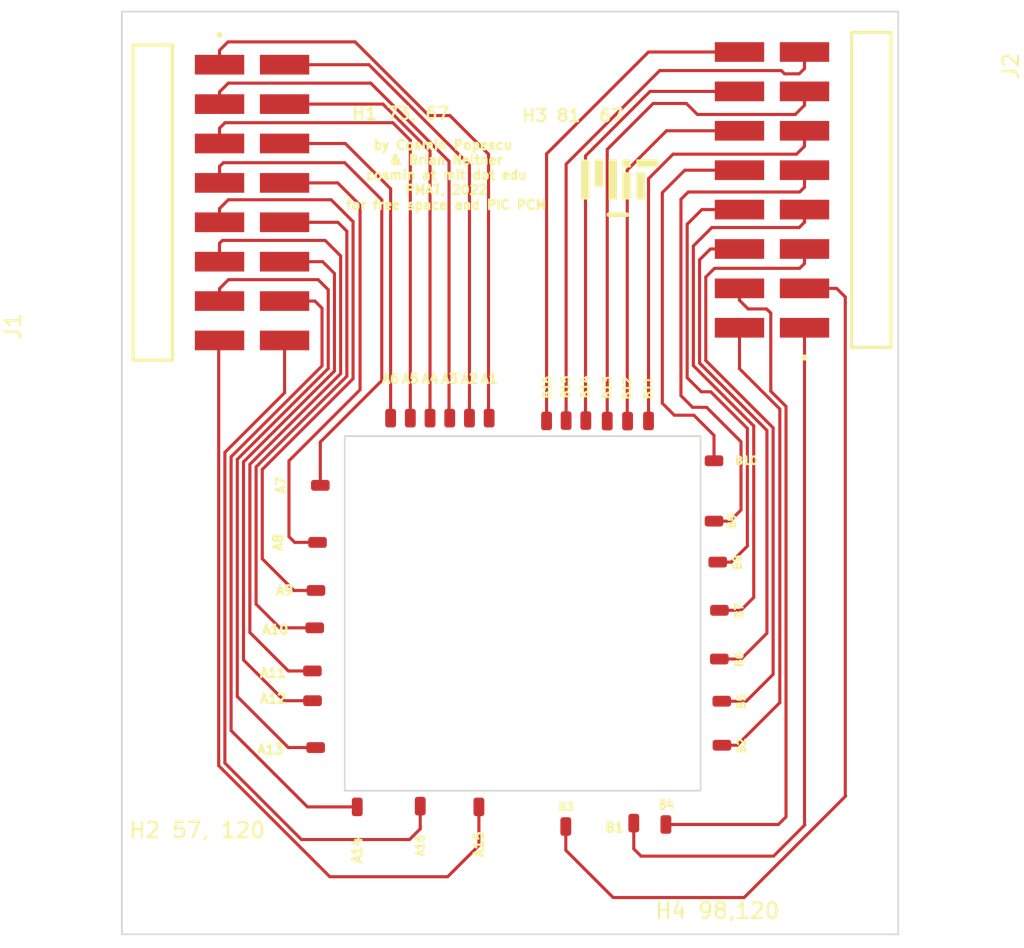
<source format=kicad_pcb>
(kicad_pcb (version 20211014) (generator pcbnew)
  (layers (0 "F.Cu" signal) (31 "B.Cu" signal) (34 "B.Paste" user) (35 "F.Paste" user) (36 "B.SilkS" user "B.Silkscreen") (37 "F.SilkS" user "F.Silkscreen") (38 "B.Mask" user) (39 "F.Mask" user) (44 "Edge.Cuts" user))
  (net 0 "")
  (net 1 "Net-(A1-Pad1)")
  (net 2 "Net-(A2-Pad1)")
  (net 3 "Net-(A3-Pad1)")
  (net 4 "Net-(A4-Pad1)")
  (net 5 "Net-(A5-Pad1)")
  (net 6 "Net-(A6-Pad1)")
  (net 7 "Net-(A7-Pad1)")
  (net 8 "Net-(A8-Pad1)")
  (net 9 "Net-(A9-Pad1)")
  (net 10 "Net-(A10-Pad1)")
  (net 11 "Net-(A11-Pad1)")
  (net 12 "Net-(A12-Pad1)")
  (net 13 "Net-(A13-Pad1)")
  (net 14 "Net-(A14-Pad1)")
  (net 15 "Net-(A15-Pad1)")
  (net 16 "Net-(A16-Pad1)")
  (net 17 "Net-(B9-Pad1)")
  (net 18 "Net-(B10-Pad1)")
  (net 19 "Net-(B11-Pad1)")
  (net 20 "Net-(B12-Pad1)")
  (net 21 "Net-(B13-Pad1)")
  (net 22 "Net-(B14-Pad1)")
  (net 23 "Net-(B15-Pad1)")
  (net 24 "Net-(B16-Pad1)")
  (net 25 "Net-(B1-Pad1)")
  (net 26 "Net-(B2-Pad1)")
  (net 27 "Net-(B3-Pad1)")
  (net 28 "Net-(B4-Pad1)")
  (net 29 "Net-(B5-Pad1)")
  (net 30 "Net-(B6-Pad1)")
  (net 31 "Net-(B7-Pad1)")
  (net 32 "Net-(B8-Pad1)")
  (footprint "CustomPMATLibrary:SolderWirePad_1x01_SMD_1x2mm" (layer "F.Cu") (at 19.838 26.1922)
    (fp_text reference "A4" (at 0 -2.54) (layer "F.SilkS") (effects (font (size 0.6 0.6))))
    (fp_text value "A")
    (pad "1" smd roundrect (at 0 0) (size 0.7 1.2) (layers "F.Cu" "F.Paste" "F.Mask") (net 4 "Net-(A4-Pad1)"))
  )
  (footprint "CustomPMATLibrary:SolderWirePad_1x01_SMD_1x2mm" (layer "F.Cu") (at 12.408 39.7122 90)
    (fp_text reference "A10" (at -0.127 -2.54) (layer "F.SilkS") (effects (font (size 0.6 0.6))))
    (fp_text value "A")
    (pad "1" smd roundrect (at 0 0 90) (size 0.7 1.2) (layers "F.Cu" "F.Paste" "F.Mask") (net 10 "Net-(A10-Pad1)"))
  )
  (footprint "CustomPMATLibrary:SAMTEC_TSM-108-01-F-DH-K" (layer "F.Cu") (at 1.9688 12.2936 90)
    (fp_text reference "J1" (at -7.985 -8.995 90) (layer "F.SilkS"))
    (fp_text value "TSM-108-01-F-DH-K")
    (fp_line (start 10.16 -1.27) (end 10.16 1.27) (layer "F.SilkS") (width 0.2))
    (fp_line (start -10.16 1.27) (end -10.16 -1.27) (layer "F.SilkS") (width 0.2))
    (fp_line (start 10.16 -1.27) (end -10.16 -1.27) (layer "F.SilkS") (width 0.2))
    (fp_line (start 10.16 1.27) (end -10.16 1.27) (layer "F.SilkS") (width 0.2))
    (fp_circle (center 10.81 4.305) (end 10.91 4.305) (layer "F.SilkS") (width 0.2) (fill none))
    (pad "01" smd rect (at 8.89 4.305 90) (size 1.27 3.18) (layers "F.Cu" "F.Paste" "F.Mask") (net 1 "Net-(A1-Pad1)"))
    (pad "02" smd rect (at 8.89 8.495 90) (size 1.27 3.18) (layers "F.Cu" "F.Paste" "F.Mask") (net 2 "Net-(A2-Pad1)"))
    (pad "03" smd rect (at 6.35 4.305 90) (size 1.27 3.18) (layers "F.Cu" "F.Paste" "F.Mask") (net 3 "Net-(A3-Pad1)"))
    (pad "04" smd rect (at 6.35 8.495 90) (size 1.27 3.18) (layers "F.Cu" "F.Paste" "F.Mask") (net 4 "Net-(A4-Pad1)"))
    (pad "05" smd rect (at 3.81 4.305 90) (size 1.27 3.18) (layers "F.Cu" "F.Paste" "F.Mask") (net 5 "Net-(A5-Pad1)"))
    (pad "06" smd rect (at 3.81 8.495 90) (size 1.27 3.18) (layers "F.Cu" "F.Paste" "F.Mask") (net 6 "Net-(A6-Pad1)"))
    (pad "07" smd rect (at 1.27 4.305 90) (size 1.27 3.18) (layers "F.Cu" "F.Paste" "F.Mask") (net 7 "Net-(A7-Pad1)"))
    (pad "08" smd rect (at 1.27 8.495 90) (size 1.27 3.18) (layers "F.Cu" "F.Paste" "F.Mask") (net 8 "Net-(A8-Pad1)"))
    (pad "09" smd rect (at -1.27 4.305 90) (size 1.27 3.18) (layers "F.Cu" "F.Paste" "F.Mask") (net 9 "Net-(A9-Pad1)"))
    (pad "10" smd rect (at -1.27 8.495 90) (size 1.27 3.18) (layers "F.Cu" "F.Paste" "F.Mask") (net 10 "Net-(A10-Pad1)"))
    (pad "11" smd rect (at -3.81 4.305 90) (size 1.27 3.18) (layers "F.Cu" "F.Paste" "F.Mask") (net 11 "Net-(A11-Pad1)"))
    (pad "12" smd rect (at -3.81 8.495 90) (size 1.27 3.18) (layers "F.Cu" "F.Paste" "F.Mask") (net 12 "Net-(A12-Pad1)"))
    (pad "13" smd rect (at -6.35 4.305 90) (size 1.27 3.18) (layers "F.Cu" "F.Paste" "F.Mask") (net 13 "Net-(A13-Pad1)"))
    (pad "14" smd rect (at -6.35 8.495 90) (size 1.27 3.18) (layers "F.Cu" "F.Paste" "F.Mask") (net 14 "Net-(A14-Pad1)"))
    (pad "15" smd rect (at -8.89 4.305 90) (size 1.27 3.18) (layers "F.Cu" "F.Paste" "F.Mask") (net 15 "Net-(A15-Pad1)"))
    (pad "16" smd rect (at -8.89 8.495 90) (size 1.27 3.18) (layers "F.Cu" "F.Paste" "F.Mask") (net 16 "Net-(A16-Pad1)"))
  )
  (footprint "CustomPMATLibrary:SolderWirePad_1x01_SMD_1x2mm" (layer "F.Cu") (at 28.588 52.5222)
    (fp_text reference "B3" (at 0.0254 -1.27) (layer "F.SilkS") (effects (font (size 0.5 0.5) (thickness 0.125))))
    (fp_text value "B")
    (pad "1" smd roundrect (at 0 0) (size 0.7 1.2) (layers "F.Cu" "F.Paste" "F.Mask") (net 27 "Net-(B3-Pad1)"))
  )
  (footprint "CustomPMATLibrary:SolderWirePad_1x01_SMD_1x2mm" (layer "F.Cu") (at 23.648 26.1922)
    (fp_text reference "A1" (at 0 -2.54) (layer "F.SilkS") (effects (font (size 0.6 0.6))))
    (fp_text value "A")
    (pad "1" smd roundrect (at 0 0) (size 0.7 1.2) (layers "F.Cu" "F.Paste" "F.Mask") (net 1 "Net-(A1-Pad1)"))
  )
  (footprint "CustomPMATLibrary:SAMTEC_TSM-108-01-F-DH-K" (layer "F.Cu") (at 48.2755 11.4747 -90)
    (fp_text reference "J2" (at -7.985 -8.995 90) (layer "F.SilkS"))
    (fp_text value "TSM-108-01-F-DH-K")
    (fp_line (start 10.16 -1.27) (end -10.16 -1.27) (layer "F.SilkS") (width 0.2))
    (fp_line (start 10.16 -1.27) (end 10.16 1.27) (layer "F.SilkS") (width 0.2))
    (fp_line (start -10.16 1.27) (end -10.16 -1.27) (layer "F.SilkS") (width 0.2))
    (fp_line (start 10.16 1.27) (end -10.16 1.27) (layer "F.SilkS") (width 0.2))
    (fp_circle (center 10.81 4.305) (end 10.91 4.305) (layer "F.SilkS") (width 0.2) (fill none))
    (pad "01" smd rect (at 8.89 4.305 270) (size 1.27 3.18) (layers "F.Cu" "F.Paste" "F.Mask") (net 25 "Net-(B1-Pad1)"))
    (pad "02" smd rect (at 8.89 8.495 270) (size 1.27 3.18) (layers "F.Cu" "F.Paste" "F.Mask") (net 26 "Net-(B2-Pad1)"))
    (pad "03" smd rect (at 6.35 4.305 270) (size 1.27 3.18) (layers "F.Cu" "F.Paste" "F.Mask") (net 27 "Net-(B3-Pad1)"))
    (pad "04" smd rect (at 6.35 8.495 270) (size 1.27 3.18) (layers "F.Cu" "F.Paste" "F.Mask") (net 28 "Net-(B4-Pad1)"))
    (pad "05" smd rect (at 3.81 4.305 270) (size 1.27 3.18) (layers "F.Cu" "F.Paste" "F.Mask") (net 29 "Net-(B5-Pad1)"))
    (pad "06" smd rect (at 3.81 8.495 270) (size 1.27 3.18) (layers "F.Cu" "F.Paste" "F.Mask") (net 30 "Net-(B6-Pad1)"))
    (pad "07" smd rect (at 1.27 4.305 270) (size 1.27 3.18) (layers "F.Cu" "F.Paste" "F.Mask") (net 31 "Net-(B7-Pad1)"))
    (pad "08" smd rect (at 1.27 8.495 270) (size 1.27 3.18) (layers "F.Cu" "F.Paste" "F.Mask") (net 32 "Net-(B8-Pad1)"))
    (pad "09" smd rect (at -1.27 4.305 270) (size 1.27 3.18) (layers "F.Cu" "F.Paste" "F.Mask") (net 17 "Net-(B9-Pad1)"))
    (pad "10" smd rect (at -1.27 8.495 270) (size 1.27 3.18) (layers "F.Cu" "F.Paste" "F.Mask") (net 18 "Net-(B10-Pad1)"))
    (pad "11" smd rect (at -3.81 4.305 270) (size 1.27 3.18) (layers "F.Cu" "F.Paste" "F.Mask") (net 19 "Net-(B11-Pad1)"))
    (pad "12" smd rect (at -3.81 8.495 270) (size 1.27 3.18) (layers "F.Cu" "F.Paste" "F.Mask") (net 20 "Net-(B12-Pad1)"))
    (pad "13" smd rect (at -6.35 4.305 270) (size 1.27 3.18) (layers "F.Cu" "F.Paste" "F.Mask") (net 21 "Net-(B13-Pad1)"))
    (pad "14" smd rect (at -6.35 8.495 270) (size 1.27 3.18) (layers "F.Cu" "F.Paste" "F.Mask") (net 22 "Net-(B14-Pad1)"))
    (pad "15" smd rect (at -8.89 4.305 270) (size 1.27 3.18) (layers "F.Cu" "F.Paste" "F.Mask") (net 23 "Net-(B15-Pad1)"))
    (pad "16" smd rect (at -8.89 8.495 270) (size 1.27 3.18) (layers "F.Cu" "F.Paste" "F.Mask") (net 24 "Net-(B16-Pad1)"))
  )
  (footprint "CustomPMATLibrary:SolderWirePad_1x01_SMD_1x2mm" (layer "F.Cu") (at 28.608 26.3522 180)
    (fp_text reference "B15" (at 0.03 2.17 90) (layer "F.SilkS") (effects (font (size 0.5 0.5) (thickness 0.125))))
    (fp_text value "B")
    (pad "1" smd roundrect (at 0 0 180) (size 0.7 1.2) (layers "F.Cu" "F.Paste" "F.Mask") (net 23 "Net-(B15-Pad1)"))
  )
  (footprint "CustomPMATLibrary:SolderWirePad_1x01_SMD_1x2mm" (layer "F.Cu") (at 22.987 51.2572 180)
    (fp_text reference "A15" (at 0 -2.413 90) (layer "F.SilkS") (effects (font (size 0.6 0.6))))
    (fp_text value "A")
    (pad "1" smd roundrect (at 0 0 180) (size 0.7 1.2) (layers "F.Cu" "F.Paste" "F.Mask") (net 15 "Net-(A15-Pad1)"))
  )
  (footprint "CustomPMATLibrary:SolderWirePad_1x01_SMD_1x2mm" (layer "F.Cu") (at 27.348 26.3722)
    (fp_text reference "B16" (at 0.03 -2.17 90) (layer "F.SilkS") (effects (font (size 0.5 0.5) (thickness 0.125))))
    (fp_text value "B")
    (pad "1" smd roundrect (at 0 0) (size 0.7 1.2) (layers "F.Cu" "F.Paste" "F.Mask") (net 24 "Net-(B16-Pad1)"))
  )
  (footprint "CustomPMATLibrary:SolderWirePad_1x01_SMD_1x2mm" (layer "F.Cu") (at 22.378 26.1922)
    (fp_text reference "A2" (at 0 -2.54) (layer "F.SilkS") (effects (font (size 0.6 0.6))))
    (fp_text value "A")
    (pad "1" smd roundrect (at 0 0) (size 0.7 1.2) (layers "F.Cu" "F.Paste" "F.Mask") (net 2 "Net-(A2-Pad1)"))
  )
  (footprint "CustomPMATLibrary:SolderWirePad_1x01_SMD_1x2mm" (layer "F.Cu") (at 35.038 52.3922)
    (fp_text reference "B4" (at 0.0254 -1.27) (layer "F.SilkS") (effects (font (size 0.6 0.5) (thickness 0.125))))
    (fp_text value "B")
    (pad "1" smd roundrect (at 0 0) (size 0.7 1.2) (layers "F.Cu" "F.Paste" "F.Mask") (net 28 "Net-(B4-Pad1)"))
  )
  (footprint "Graphics:MIT_5mm" (layer "F.Cu") (at 32.0666 10.8046)
    (fp_text reference "-" (at -0.127 2.159) (layer "F.SilkS") (effects (font (size 1.524 1.524) (thickness 0.3))))
    (fp_text value "LOGO" hide)
    (fp_poly (pts (xy 0.709028 -0.779345) (xy 0.164073 -0.779345) (xy 0.164073 -1.293048) (xy 0.709028 -1.293048)) (layer "F.SilkS") (width 0) (fill solid))
    (fp_poly (pts (xy -1.066472 0.466825) (xy -1.611427 0.466825) (xy -1.611427 -1.293048) (xy -1.066472 -1.293048)) (layer "F.SilkS") (width 0) (fill solid))
    (fp_poly (pts (xy 0.709028 1.293048) (xy 0.164073 1.293048) (xy 0.164073 -0.466826) (xy 0.709028 -0.466826)) (layer "F.SilkS") (width 0) (fill solid))
    (fp_poly (pts (xy 1.611428 1.293048) (xy 1.066472 1.293048) (xy 1.066472 -0.466826) (xy 1.611428 -0.466826)) (layer "F.SilkS") (width 0) (fill solid))
    (fp_poly (pts (xy -1.955198 1.293048) (xy -2.500153 1.293048) (xy -2.500153 -1.293048) (xy -1.955198 -1.293048)) (layer "F.SilkS") (width 0) (fill solid))
    (fp_poly (pts (xy 2.500154 -0.779345) (xy 1.066472 -0.779345) (xy 1.066472 -1.293048) (xy 2.500154 -1.293048)) (layer "F.SilkS") (width 0) (fill solid))
    (fp_poly (pts (xy -0.179698 1.293048) (xy -0.724654 1.293048) (xy -0.724654 -1.293048) (xy -0.179698 -1.293048)) (layer "F.SilkS") (width 0) (fill solid))
  )
  (footprint "CustomPMATLibrary:SolderWirePad_1x01_SMD_1x2mm" (layer "F.Cu") (at 12.768 30.5222 90)
    (fp_text reference "A7" (at 0 -2.54 90) (layer "F.SilkS") (effects (font (size 0.6 0.6))))
    (fp_text value "A")
    (pad "1" smd roundrect (at 0 0 90) (size 0.7 1.2) (layers "F.Cu" "F.Paste" "F.Mask") (net 7 "Net-(A7-Pad1)"))
  )
  (footprint "MountingHole:MountingHole_2.2mm_M2" (layer "F.Cu") (at 4.168 56.3222)
    (fp_text reference "H2 57, 120" (at 0.66 -3.56) (layer "F.SilkS"))
    (fp_text value "MountingHole")
    (pad "" np_thru_hole circle (at 0 0) (size 2.2 2.2) (drill 2.2) (layers *.Cu *.Mask))
  )
  (footprint "CustomPMATLibrary:SolderWirePad_1x01_SMD_1x2mm" (layer "F.Cu") (at 38.478 41.7222 -90)
    (fp_text reference "B6" (at 0.0254 -1.27 90) (layer "F.SilkS") (effects (font (size 0.5 0.5) (thickness 0.125))))
    (fp_text value "B")
    (pad "1" smd roundrect (at 0 0 270) (size 0.7 1.2) (layers "F.Cu" "F.Paste" "F.Mask") (net 30 "Net-(B6-Pad1)"))
  )
  (footprint "CustomPMATLibrary:SolderWirePad_1x01_SMD_1x2mm" (layer "F.Cu") (at 38.488 38.5822 -90)
    (fp_text reference "B7" (at 0.0254 -1.27 90) (layer "F.SilkS") (effects (font (size 0.5 0.5) (thickness 0.125))))
    (fp_text value "B")
    (pad "1" smd roundrect (at 0 0 270) (size 0.7 1.2) (layers "F.Cu" "F.Paste" "F.Mask") (net 31 "Net-(B7-Pad1)"))
  )
  (footprint "CustomPMATLibrary:SolderWirePad_1x01_SMD_1x2mm" (layer "F.Cu") (at 12.468 47.4322 90)
    (fp_text reference "A13" (at -0.127 -2.921) (layer "F.SilkS") (effects (font (size 0.6 0.6))))
    (fp_text value "A")
    (pad "1" smd roundrect (at 0 0 90) (size 0.7 1.2) (layers "F.Cu" "F.Paste" "F.Mask") (net 13 "Net-(A13-Pad1)"))
  )
  (footprint "CustomPMATLibrary:SolderWirePad_1x01_SMD_1x2mm" (layer "F.Cu") (at 32.568 26.3822)
    (fp_text reference "B12" (at -0.05 -2.12 90) (layer "F.SilkS") (effects (font (size 0.5 0.5) (thickness 0.125))))
    (fp_text value "B")
    (pad "1" smd roundrect (at 0 0) (size 0.7 1.2) (layers "F.Cu" "F.Paste" "F.Mask") (net 20 "Net-(B12-Pad1)"))
  )
  (footprint "CustomPMATLibrary:SolderWirePad_1x01_SMD_1x2mm" (layer "F.Cu") (at 18.568 26.1922)
    (fp_text reference "A5" (at 0 -2.54) (layer "F.SilkS") (effects (font (size 0.6 0.6))))
    (fp_text value "A")
    (pad "1" smd roundrect (at 0 0) (size 0.7 1.2) (layers "F.Cu" "F.Paste" "F.Mask") (net 5 "Net-(A5-Pad1)"))
  )
  (footprint "CustomPMATLibrary:SolderWirePad_1x01_SMD_1x2mm" (layer "F.Cu") (at 38.648 47.2822 -90)
    (fp_text reference "B2" (at 0.0254 -1.27 90) (layer "F.SilkS") (effects (font (size 0.5 0.5) (thickness 0.125))))
    (fp_text value "B")
    (pad "1" smd roundrect (at 0 0 270) (size 0.7 1.2) (layers "F.Cu" "F.Paste" "F.Mask") (net 26 "Net-(B2-Pad1)"))
  )
  (footprint "CustomPMATLibrary:SolderWirePad_1x01_SMD_1x2mm" (layer "F.Cu") (at 12.258 42.4922 90)
    (fp_text reference "A11" (at -0.127 -2.54) (layer "F.SilkS") (effects (font (size 0.6 0.6))))
    (fp_text value "A")
    (pad "1" smd roundrect (at 0 0 90) (size 0.7 1.2) (layers "F.Cu" "F.Paste" "F.Mask") (net 11 "Net-(A11-Pad1)"))
  )
  (footprint "CustomPMATLibrary:SolderWirePad_1x01_SMD_1x2mm" (layer "F.Cu") (at 12.268 44.4122 90)
    (fp_text reference "A12" (at 0.127 -2.54) (layer "F.SilkS") (effects (font (size 0.6 0.6))))
    (fp_text value "A")
    (pad "1" smd roundrect (at 0 0 90) (size 0.7 1.2) (layers "F.Cu" "F.Paste" "F.Mask") (net 12 "Net-(A12-Pad1)"))
  )
  (footprint "CustomPMATLibrary:SolderWirePad_1x01_SMD_1x2mm" (layer "F.Cu") (at 21.108 26.1922)
    (fp_text reference "A3" (at 0 -2.54) (layer "F.SilkS") (effects (font (size 0.6 0.6))))
    (fp_text value "A")
    (pad "1" smd roundrect (at 0 0) (size 0.7 1.2) (layers "F.Cu" "F.Paste" "F.Mask") (net 3 "Net-(A3-Pad1)"))
  )
  (footprint "CustomPMATLibrary:SolderWirePad_1x01_SMD_1x2mm" (layer "F.Cu") (at 15.147 51.2572 180)
    (fp_text reference "A14" (at 0 -2.794 90) (layer "F.SilkS") (effects (font (size 0.6 0.6))))
    (fp_text value "A")
    (pad "1" smd roundrect (at 0 0 180) (size 0.7 1.2) (layers "F.Cu" "F.Paste" "F.Mask") (net 14 "Net-(A14-Pad1)"))
  )
  (footprint "CustomPMATLibrary:SolderWirePad_1x01_SMD_1x2mm" (layer "F.Cu") (at 17.298 26.1922)
    (fp_text reference "A6" (at 0 -2.54) (layer "F.SilkS") (effects (font (size 0.6 0.6))))
    (fp_text value "A")
    (pad "1" smd roundrect (at 0 0) (size 0.7 1.2) (layers "F.Cu" "F.Paste" "F.Mask") (net 6 "Net-(A6-Pad1)"))
  )
  (footprint "CustomPMATLibrary:SolderWirePad_1x01_SMD_1x2mm" (layer "F.Cu") (at 38.638 44.4422 -90)
    (fp_text reference "B5" (at 0.0254 -1.27 90) (layer "F.SilkS") (effects (font (size 0.5 0.5) (thickness 0.125))))
    (fp_text value "B")
    (pad "1" smd roundrect (at 0 0 270) (size 0.7 1.2) (layers "F.Cu" "F.Paste" "F.Mask") (net 29 "Net-(B5-Pad1)"))
  )
  (footprint "CustomPMATLibrary:SolderWirePad_1x01_SMD_1x2mm" (layer "F.Cu") (at 19.207 51.2072 180)
    (fp_text reference "A16" (at 0 -2.54 90) (layer "F.SilkS") (effects (font (size 0.5 0.5) (thickness 0.125))))
    (fp_text value "A")
    (pad "1" smd roundrect (at 0 0 180) (size 0.7 1.2) (layers "F.Cu" "F.Paste" "F.Mask") (net 16 "Net-(A16-Pad1)"))
  )
  (footprint "CustomPMATLibrary:SolderWirePad_1x01_SMD_1x2mm" (layer "F.Cu") (at 12.488 37.3022 90)
    (fp_text reference "A9" (at 0 -2.032) (layer "F.SilkS") (effects (font (size 0.6 0.6))))
    (fp_text value "A")
    (pad "1" smd roundrect (at 0 0 90) (size 0.7 1.2) (layers "F.Cu" "F.Paste" "F.Mask") (net 9 "Net-(A9-Pad1)"))
  )
  (footprint "MountingHole:MountingHole_2.2mm_M2" (layer "F.Cu") (at 45.168 56.3222)
    (fp_text reference "H4 98,120" (at -6.81 1.63) (layer "F.SilkS"))
    (fp_text value "MountingHole")
    (pad "" np_thru_hole circle (at 0 0) (size 2.2 2.2) (drill 2.2) (layers *.Cu *.Mask))
  )
  (footprint "CustomPMATLibrary:SolderWirePad_1x01_SMD_1x2mm" (layer "F.Cu") (at 33.918 26.3722)
    (fp_text reference "B11" (at -0.03 -2.14 90) (layer "F.SilkS") (effects (font (size 0.5 0.5) (thickness 0.125))))
    (fp_text value "B")
    (pad "1" smd roundrect (at 0 0) (size 0.7 1.2) (layers "F.Cu" "F.Paste" "F.Mask") (net 19 "Net-(B11-Pad1)"))
  )
  (footprint "CustomPMATLibrary:SolderWirePad_1x01_SMD_1x2mm" (layer "F.Cu") (at 12.588 34.2022 90)
    (fp_text reference "A8" (at 0 -2.54 90) (layer "F.SilkS") (effects (font (size 0.6 0.6))))
    (fp_text value "A")
    (pad "1" smd roundrect (at 0 0 90) (size 0.7 1.2) (layers "F.Cu" "F.Paste" "F.Mask") (net 8 "Net-(A8-Pad1)"))
  )
  (footprint "CustomPMATLibrary:SolderWirePad_1x01_SMD_1x2mm" (layer "F.Cu") (at 29.878 26.3522)
    (fp_text reference "B14" (at -0.04 -2.17 90) (layer "F.SilkS") (effects (font (size 0.5 0.5) (thickness 0.125))))
    (fp_text value "B")
    (pad "1" smd roundrect (at 0 0) (size 0.7 1.2) (layers "F.Cu" "F.Paste" "F.Mask") (net 22 "Net-(B14-Pad1)"))
  )
  (footprint "MountingHole:MountingHole_2.2mm_M2" (layer "F.Cu") (at 28.168 3.3222)
    (fp_text reference "H3 81  67" (at 0.86 3.36) (layer "F.SilkS") (effects (font (size 0.8 0.8))))
    (fp_text value "MountingHole")
    (pad "" np_thru_hole circle (at 0 0) (size 2.2 2.2) (drill 2.2) (layers *.Cu *.Mask))
  )
  (footprint "CustomPMATLibrary:SolderWirePad_1x01_SMD_1x2mm" (layer "F.Cu") (at 32.968 52.3022)
    (fp_text reference "B1" (at -1.2446 0.2794) (layer "F.SilkS") (effects (font (size 0.6 0.6))))
    (fp_text value "B")
    (pad "1" smd roundrect (at 0 0) (size 0.7 1.2) (layers "F.Cu" "F.Paste" "F.Mask") (net 25 "Net-(B1-Pad1)"))
  )
  (footprint "CustomPMATLibrary:SolderWirePad_1x01_SMD_1x2mm" (layer "F.Cu") (at 38.138 32.8322 -90)
    (fp_text reference "B9" (at 0.0254 -1.143 90) (layer "F.SilkS") (effects (font (size 0.5 0.5) (thickness 0.125))))
    (fp_text value "B")
    (pad "1" smd roundrect (at 0 0 270) (size 0.7 1.2) (layers "F.Cu" "F.Paste" "F.Mask") (net 17 "Net-(B9-Pad1)"))
  )
  (footprint "CustomPMATLibrary:SolderWirePad_1x01_SMD_1x2mm" (layer "F.Cu") (at 31.258 26.3822)
    (fp_text reference "B13" (at -0.01 -2.16 90) (layer "F.SilkS") (effects (font (size 0.5 0.5) (thickness 0.125))))
    (fp_text value "B")
    (pad "1" smd roundrect (at 0 0) (size 0.7 1.2) (layers "F.Cu" "F.Paste" "F.Mask") (net 21 "Net-(B13-Pad1)"))
  )
  (footprint "CustomPMATLibrary:SolderWirePad_1x01_SMD_1x2mm" (layer "F.Cu") (at 38.378 35.4722 -90)
    (fp_text reference "B8" (at 0.0254 -1.27 90) (layer "F.SilkS") (effects (font (size 0.5 0.5) (thickness 0.125))))
    (fp_text value "B")
    (pad "1" smd roundrect (at 0 0 270) (size 0.7 1.2) (layers "F.Cu" "F.Paste" "F.Mask") (net 32 "Net-(B8-Pad1)"))
  )
  (footprint "CustomPMATLibrary:SolderWirePad_1x01_SMD_1x2mm" (layer "F.Cu") (at 38.138 28.9422 -90)
    (fp_text reference "B10" (at -0.01 -2.08) (layer "F.SilkS") (effects (font (size 0.5 0.5) (thickness 0.125))))
    (fp_text value "B")
    (pad "1" smd roundrect (at 0 0 270) (size 0.7 1.2) (layers "F.Cu" "F.Paste" "F.Mask") (net 18 "Net-(B10-Pad1)"))
  )
  (footprint "MountingHole:MountingHole_2.2mm_M2" (layer "F.Cu") (at 20.168 3.3222)
    (fp_text reference "H1 73, 67" (at -2.22 3.22) (layer "F.SilkS") (effects (font (size 0.8 0.8))))
    (fp_text value "MountingHole")
    (pad "" np_thru_hole circle (at 0 0) (size 2.2 2.2) (drill 2.2) (layers *.Cu *.Mask))
  )
  (gr_rect (start 37.2742 27.3522) (end 14.338 50.2122) (layer "Edge.Cuts") (width 0.1) (fill none))
  (gr_rect (start -0.0254 -0.021) (end 50.0126 59.474) (layer "Edge.Cuts") (width 0.1) (fill none))
  (gr_text "by Cosmin Popescu \n& Brian Neltner\ncosmin at mit dot edu\nPMAT, 2022\nfor free space and PIC PCM" (at 20.888 10.5122) (layer "F.SilkS") (effects (font (size 0.6 0.6))))
  (segment (start 6.2738 2.4764) (end 6.2738 3.4036) (width 0.2) (layer "F.Cu") (net 1))
  (segment (start 23.608 26.1522) (end 23.648 26.1922) (width 0.2) (layer "F.Cu") (net 1))
  (segment (start 19.758 6.6822) (end 15.008 1.9322) (width 0.2) (layer "F.Cu") (net 1))
  (segment (start 6.818 1.9322) (end 6.2738 2.4764) (width 0.2) (layer "F.Cu") (net 1))
  (segment (start 23.608 9.1722) (end 23.608 26.1522) (width 0.2) (layer "F.Cu") (net 1))
  (segment (start 15.008 1.9322) (end 6.818 1.9322) (width 0.2) (layer "F.Cu") (net 1))
  (segment (start 23.608 9.1722) (end 21.118 6.6822) (width 0.2) (layer "F.Cu") (net 1))
  (segment (start 21.118 6.6822) (end 19.758 6.6822) (width 0.2) (layer "F.Cu") (net 1))
  (segment (start 22.378 26.1922) (end 22.378 9.8822) (width 0.2) (layer "F.Cu") (net 2))
  (segment (start 22.378 9.8822) (end 15.8994 3.4036) (width 0.2) (layer "F.Cu") (net 2))
  (segment (start 15.8994 3.4036) (end 10.4638 3.4036) (width 0.2) (layer "F.Cu") (net 2))
  (segment (start 21.063 9.6372) (end 16.018 4.5922) (width 0.2) (layer "F.Cu") (net 3))
  (segment (start 6.838 4.5922) (end 6.2738 5.1564) (width 0.2) (layer "F.Cu") (net 3))
  (segment (start 6.2738 5.1564) (end 6.2738 5.9436) (width 0.2) (layer "F.Cu") (net 3))
  (segment (start 16.018 4.5922) (end 6.838 4.5922) (width 0.2) (layer "F.Cu") (net 3))
  (segment (start 21.063 26.1472) (end 21.108 26.1922) (width 0.2) (layer "F.Cu") (net 3))
  (segment (start 21.063 9.6372) (end 21.063 26.1472) (width 0.2) (layer "F.Cu") (net 3))
  (segment (start 16.803714 5.9436) (end 10.4638 5.9436) (width 0.2) (layer "F.Cu") (net 4))
  (segment (start 19.838 8.977886) (end 16.803714 5.9436) (width 0.2) (layer "F.Cu") (net 4))
  (segment (start 19.838 26.1922) (end 19.838 8.977886) (width 0.2) (layer "F.Cu") (net 4))
  (segment (start 18.568 8.273572) (end 17.436628 7.1422) (width 0.2) (layer "F.Cu") (net 5))
  (segment (start 18.568 26.1922) (end 18.568 8.273572) (width 0.2) (layer "F.Cu") (net 5))
  (segment (start 6.2738 7.4964) (end 6.2738 8.4836) (width 0.2) (layer "F.Cu") (net 5))
  (segment (start 6.628 7.1422) (end 6.2738 7.4964) (width 0.2) (layer "F.Cu") (net 5))
  (segment (start 17.436628 7.1422) (end 6.628 7.1422) (width 0.2) (layer "F.Cu") (net 5))
  (segment (start 17.298 26.1922) (end 17.298 11.4022) (width 0.2) (layer "F.Cu") (net 6))
  (segment (start 17.298 11.4022) (end 14.3794 8.4836) (width 0.2) (layer "F.Cu") (net 6))
  (segment (start 14.3794 8.4836) (end 10.4638 8.4836) (width 0.2) (layer "F.Cu") (net 6))
  (segment (start 12.768 27.7322) (end 16.728 23.7722) (width 0.2) (layer "F.Cu") (net 7))
  (segment (start 12.768 30.5222) (end 12.768 27.7322) (width 0.2) (layer "F.Cu") (net 7))
  (segment (start 14.338 9.7222) (end 6.518 9.7222) (width 0.2) (layer "F.Cu") (net 7))
  (segment (start 16.728 12.1122) (end 14.338 9.7222) (width 0.2) (layer "F.Cu") (net 7))
  (segment (start 6.2738 9.9664) (end 6.2738 11.0236) (width 0.2) (layer "F.Cu") (net 7))
  (segment (start 16.728 23.7722) (end 16.728 12.1122) (width 0.2) (layer "F.Cu") (net 7))
  (segment (start 6.518 9.7222) (end 6.2738 9.9664) (width 0.2) (layer "F.Cu") (net 7))
  (segment (start 15.328 24.3622) (end 15.328 12.4622) (width 0.2) (layer "F.Cu") (net 8))
  (segment (start 13.8894 11.0236) (end 10.4638 11.0236) (width 0.2) (layer "F.Cu") (net 8))
  (segment (start 12.588 34.2022) (end 11.118 34.2022) (width 0.2) (layer "F.Cu") (net 8))
  (segment (start 10.748 33.8322) (end 10.748 28.9422) (width 0.2) (layer "F.Cu") (net 8))
  (segment (start 15.328 12.4622) (end 13.8894 11.0236) (width 0.2) (layer "F.Cu") (net 8))
  (segment (start 10.748 28.9422) (end 15.328 24.3622) (width 0.2) (layer "F.Cu") (net 8))
  (segment (start 11.118 34.2022) (end 10.748 33.8322) (width 0.2) (layer "F.Cu") (net 8))
  (segment (start 13.468 12.1122) (end 6.838 12.1122) (width 0.2) (layer "F.Cu") (net 9))
  (segment (start 11.068 37.3022) (end 9.028 35.2622) (width 0.2) (layer "F.Cu") (net 9))
  (segment (start 9.028 29.5022) (end 14.878 23.6522) (width 0.2) (layer "F.Cu") (net 9))
  (segment (start 9.028 35.2622) (end 9.028 29.5022) (width 0.2) (layer "F.Cu") (net 9))
  (segment (start 14.878 13.5222) (end 13.468 12.1122) (width 0.2) (layer "F.Cu") (net 9))
  (segment (start 6.838 12.1122) (end 6.2738 12.6764) (width 0.2) (layer "F.Cu") (net 9))
  (segment (start 6.2738 12.6764) (end 6.2738 13.5636) (width 0.2) (layer "F.Cu") (net 9))
  (segment (start 12.488 37.3022) (end 11.068 37.3022) (width 0.2) (layer "F.Cu") (net 9))
  (segment (start 14.878 23.6522) (end 14.878 13.5222) (width 0.2) (layer "F.Cu") (net 9))
  (segment (start 13.8994 13.5636) (end 10.4638 13.5636) (width 0.2) (layer "F.Cu") (net 10))
  (segment (start 12.408 39.7122) (end 10.158 39.7122) (width 0.2) (layer "F.Cu") (net 10))
  (segment (start 14.478 23.486514) (end 14.478 14.1422) (width 0.2) (layer "F.Cu") (net 10))
  (segment (start 8.628 29.336514) (end 14.478 23.486514) (width 0.2) (layer "F.Cu") (net 10))
  (segment (start 14.478 14.1422) (end 13.8994 13.5636) (width 0.2) (layer "F.Cu") (net 10))
  (segment (start 8.628 38.1822) (end 8.628 29.336514) (width 0.2) (layer "F.Cu") (net 10))
  (segment (start 10.158 39.7122) (end 8.628 38.1822) (width 0.2) (layer "F.Cu") (net 10))
  (segment (start 8.228 29.170828) (end 14.078 23.320828) (width 0.2) (layer "F.Cu") (net 11))
  (segment (start 6.458 14.7322) (end 6.2738 14.9164) (width 0.2) (layer "F.Cu") (net 11))
  (segment (start 8.228 40.0122) (end 8.228 29.170828) (width 0.2) (layer "F.Cu") (net 11))
  (segment (start 10.708 42.4922) (end 8.228 40.0122) (width 0.2) (layer "F.Cu") (net 11))
  (segment (start 13.078 14.7322) (end 6.458 14.7322) (width 0.2) (layer "F.Cu") (net 11))
  (segment (start 6.2738 14.9164) (end 6.2738 16.1036) (width 0.2) (layer "F.Cu") (net 11))
  (segment (start 14.078 15.7322) (end 13.078 14.7322) (width 0.2) (layer "F.Cu") (net 11))
  (segment (start 12.258 42.4922) (end 10.708 42.4922) (width 0.2) (layer "F.Cu") (net 11))
  (segment (start 14.078 23.320828) (end 14.078 15.7322) (width 0.2) (layer "F.Cu") (net 11))
  (segment (start 7.818 41.7822) (end 7.818 29.015142) (width 0.2) (layer "F.Cu") (net 12))
  (segment (start 13.678 23.155142) (end 13.678 16.8622) (width 0.2) (layer "F.Cu") (net 12))
  (segment (start 12.9194 16.1036) (end 10.4638 16.1036) (width 0.2) (layer "F.Cu") (net 12))
  (segment (start 7.818 29.015142) (end 13.678 23.155142) (width 0.2) (layer "F.Cu") (net 12))
  (segment (start 10.448 44.4122) (end 7.818 41.7822) (width 0.2) (layer "F.Cu") (net 12))
  (segment (start 13.678 16.8622) (end 12.9194 16.1036) (width 0.2) (layer "F.Cu") (net 12))
  (segment (start 12.268 44.4122) (end 10.448 44.4122) (width 0.2) (layer "F.Cu") (net 12))
  (segment (start 10.708 47.4322) (end 7.418 44.1422) (width 0.2) (layer "F.Cu") (net 13))
  (segment (start 6.848 17.2622) (end 6.2738 17.8364) (width 0.2) (layer "F.Cu") (net 13))
  (segment (start 12.468 47.4322) (end 10.708 47.4322) (width 0.2) (layer "F.Cu") (net 13))
  (segment (start 6.2738 17.8364) (end 6.2738 18.6436) (width 0.2) (layer "F.Cu") (net 13))
  (segment (start 7.418 28.849456) (end 13.278 22.989456) (width 0.2) (layer "F.Cu") (net 13))
  (segment (start 12.628 17.2622) (end 6.848 17.2622) (width 0.2) (layer "F.Cu") (net 13))
  (segment (start 13.278 17.9122) (end 12.628 17.2622) (width 0.2) (layer "F.Cu") (net 13))
  (segment (start 7.418 44.1422) (end 7.418 28.849456) (width 0.2) (layer "F.Cu") (net 13))
  (segment (start 13.278 22.989456) (end 13.278 17.9122) (width 0.2) (layer "F.Cu") (net 13))
  (segment (start 10.4638 18.6436) (end 12.4194 18.6436) (width 0.2) (layer "F.Cu") (net 14))
  (segment (start 7.018 46.3372) (end 11.938 51.2572) (width 0.2) (layer "F.Cu") (net 14))
  (segment (start 12.878 22.82377) (end 7.018 28.68377) (width 0.2) (layer "F.Cu") (net 14))
  (segment (start 7.018 28.68377) (end 7.018 46.3372) (width 0.2) (layer "F.Cu") (net 14))
  (segment (start 12.4194 18.6436) (end 12.878 19.1022) (width 0.2) (layer "F.Cu") (net 14))
  (segment (start 12.878 19.1022) (end 12.878 22.82377) (width 0.2) (layer "F.Cu") (net 14))
  (segment (start 11.938 51.2572) (end 15.147 51.2572) (width 0.2) (layer "F.Cu") (net 14))
  (segment (start 22.987 53.7464) (end 22.987 51.2572) (width 0.2) (layer "F.Cu") (net 15))
  (segment (start 6.218 48.597885) (end 6.218 21.2394) (width 0.2) (layer "F.Cu") (net 15))
  (segment (start 13.379457 55.759343) (end 20.974057 55.759343) (width 0.2) (layer "F.Cu") (net 15))
  (segment (start 13.379457 55.759343) (end 6.218 48.597885) (width 0.2) (layer "F.Cu") (net 15))
  (segment (start 20.974057 55.759343) (end 22.987 53.7464) (width 0.2) (layer "F.Cu") (net 15))
  (segment (start 6.218 21.2394) (end 6.2738 21.1836) (width 0.2) (layer "F.Cu") (net 15))
  (segment (start 11.548 53.3622) (end 18.5198 53.3622) (width 0.2) (layer "F.Cu") (net 16))
  (segment (start 19.207 52.675) (end 19.207 51.2072) (width 0.2) (layer "F.Cu") (net 16))
  (segment (start 18.5198 53.3622) (end 19.207 52.675) (width 0.2) (layer "F.Cu") (net 16))
  (segment (start 10.4638 21.1836) (end 10.4638 24.5564) (width 0.2) (layer "F.Cu") (net 16))
  (segment (start 6.618 48.4322) (end 11.548 53.3622) (width 0.2) (layer "F.Cu") (net 16))
  (segment (start 6.618 28.4022) (end 6.618 48.4322) (width 0.2) (layer "F.Cu") (net 16))
  (segment (start 10.4638 24.5564) (end 6.618 28.4022) (width 0.2) (layer "F.Cu") (net 16))
  (segment (start 43.658 11.6122) (end 43.9705 11.2997) (width 0.2) (layer "F.Cu") (net 17))
  (segment (start 39.878 27.7122) (end 37.658 25.4922) (width 0.2) (layer "F.Cu") (net 17))
  (segment (start 39.878 32.1122) (end 39.878 27.7122) (width 0.2) (layer "F.Cu") (net 17))
  (segment (start 36.008 12.0822) (end 36.478 11.6122) (width 0.2) (layer "F.Cu") (net 17))
  (segment (start 38.138 32.8322) (end 39.158 32.8322) (width 0.2) (layer "F.Cu") (net 17))
  (segment (start 43.9705 11.2997) (end 43.9705 10.2047) (width 0.2) (layer "F.Cu") (net 17))
  (segment (start 36.478 11.6122) (end 43.658 11.6122) (width 0.2) (layer "F.Cu") (net 17))
  (segment (start 36.758 25.4922) (end 36.008 24.7422) (width 0.2) (layer "F.Cu") (net 17))
  (segment (start 39.158 32.8322) (end 39.878 32.1122) (width 0.2) (layer "F.Cu") (net 17))
  (segment (start 36.008 24.7422) (end 36.008 12.0822) (width 0.2) (layer "F.Cu") (net 17))
  (segment (start 37.658 25.4922) (end 36.758 25.4922) (width 0.2) (layer "F.Cu") (net 17))
  (segment (start 34.808 11.6522) (end 34.808 25.2322) (width 0.2) (layer "F.Cu") (net 18))
  (segment (start 39.7805 10.2047) (end 36.2555 10.2047) (width 0.2) (layer "F.Cu") (net 18))
  (segment (start 35.578 26.0022) (end 36.838 26.0022) (width 0.2) (layer "F.Cu") (net 18))
  (segment (start 36.2555 10.2047) (end 34.808 11.6522) (width 0.2) (layer "F.Cu") (net 18))
  (segment (start 34.808 25.2322) (end 35.578 26.0022) (width 0.2) (layer "F.Cu") (net 18))
  (segment (start 38.138 27.3022) (end 38.138 28.9422) (width 0.2) (layer "F.Cu") (net 18))
  (segment (start 36.838 26.0022) (end 38.138 27.3022) (width 0.2) (layer "F.Cu") (net 18))
  (segment (start 35.498 9.1722) (end 43.458 9.1722) (width 0.2) (layer "F.Cu") (net 19))
  (segment (start 33.918 10.7522) (end 35.498 9.1722) (width 0.2) (layer "F.Cu") (net 19))
  (segment (start 43.458 9.1722) (end 43.9705 8.6597) (width 0.2) (layer "F.Cu") (net 19))
  (segment (start 33.918 26.3722) (end 33.918 10.7522) (width 0.2) (layer "F.Cu") (net 19))
  (segment (start 43.9705 8.6597) (end 43.9705 7.6647) (width 0.2) (layer "F.Cu") (net 19))
  (segment (start 32.548 10.1922) (end 35.0755 7.6647) (width 0.2) (layer "F.Cu") (net 20))
  (segment (start 32.548 26.3622) (end 32.568 26.3822) (width 0.2) (layer "F.Cu") (net 20))
  (segment (start 32.548 10.1922) (end 32.548 26.3622) (width 0.2) (layer "F.Cu") (net 20))
  (segment (start 35.0755 7.6647) (end 39.7805 7.6647) (width 0.2) (layer "F.Cu") (net 20))
  (segment (start 36.358 5.9022) (end 37.068 6.6122) (width 0.2) (layer "F.Cu") (net 21))
  (segment (start 43.378 6.6122) (end 43.9705 6.0197) (width 0.2) (layer "F.Cu") (net 21))
  (segment (start 37.068 6.6122) (end 43.378 6.6122) (width 0.2) (layer "F.Cu") (net 21))
  (segment (start 31.258 26.3822) (end 31.258 8.8622) (width 0.2) (layer "F.Cu") (net 21))
  (segment (start 34.218 5.9022) (end 36.358 5.9022) (width 0.2) (layer "F.Cu") (net 21))
  (segment (start 43.9705 6.0197) (end 43.9705 5.1247) (width 0.2) (layer "F.Cu") (net 21))
  (segment (start 31.258 8.8622) (end 34.218 5.9022) (width 0.2) (layer "F.Cu") (net 21))
  (segment (start 29.858 9.2822) (end 29.858 26.3322) (width 0.2) (layer "F.Cu") (net 22))
  (segment (start 29.858 9.2822) (end 34.0155 5.1247) (width 0.2) (layer "F.Cu") (net 22))
  (segment (start 34.0155 5.1247) (end 39.7805 5.1247) (width 0.2) (layer "F.Cu") (net 22))
  (segment (start 29.858 26.3322) (end 29.878 26.3522) (width 0.2) (layer "F.Cu") (net 22))
  (segment (start 42.478 3.7822) (end 42.688 3.9922) (width 0.2) (layer "F.Cu") (net 23))
  (segment (start 42.688 3.9922) (end 43.628 3.9922) (width 0.2) (layer "F.Cu") (net 23))
  (segment (start 43.9705 3.6497) (end 43.9705 2.5847) (width 0.2) (layer "F.Cu") (net 23))
  (segment (start 28.608 26.3522) (end 28.608 9.8122) (width 0.2) (layer "F.Cu") (net 23))
  (segment (start 43.628 3.9922) (end 43.9705 3.6497) (width 0.2) (layer "F.Cu") (net 23))
  (segment (start 34.638 3.7822) (end 42.478 3.7822) (width 0.2) (layer "F.Cu") (net 23))
  (segment (start 28.608 9.8122) (end 34.638 3.7822) (width 0.2) (layer "F.Cu") (net 23))
  (segment (start 27.348 9.1522) (end 33.9155 2.5847) (width 0.2) (layer "F.Cu") (net 24))
  (segment (start 33.9155 2.5847) (end 39.7805 2.5847) (width 0.2) (layer "F.Cu") (net 24))
  (segment (start 27.348 9.1522) (end 27.348 26.3722) (width 0.2) (layer "F.Cu") (net 24))
  (segment (start 41.978 54.4322) (end 43.9905 52.4197) (width 0.2) (layer "F.Cu") (net 25))
  (segment (start 32.968 53.9622) (end 33.438 54.4322) (width 0.2) (layer "F.Cu") (net 25))
  (segment (start 32.968 52.3022) (end 32.968 53.9622) (width 0.2) (layer "F.Cu") (net 25))
  (segment (start 43.9705 52.3997) (end 43.9705 20.3647) (width 0.2) (layer "F.Cu") (net 25))
  (segment (start 33.438 54.4322) (end 41.978 54.4322) (width 0.2) (layer "F.Cu") (net 25))
  (segment (start 43.9905 52.4197) (end 43.9705 52.3997) (width 0.2) (layer "F.Cu") (net 25))
  (segment (start 42.378 44.5322) (end 42.378 25.6022) (width 0.2) (layer "F.Cu") (net 26))
  (segment (start 39.7805 23.0047) (end 39.7805 20.3647) (width 0.2) (layer "F.Cu") (net 26))
  (segment (start 38.648 47.2822) (end 39.628 47.2822) (width 0.2) (layer "F.Cu") (net 26))
  (segment (start 39.628 47.2822) (end 42.378 44.5322) (width 0.2) (layer "F.Cu") (net 26))
  (segment (start 42.378 25.6022) (end 39.7805 23.0047) (width 0.2) (layer "F.Cu") (net 26))
  (segment (start 28.588 52.5222) (end 28.588 54.0522) (width 0.2) (layer "F.Cu") (net 27))
  (segment (start 46.598 18.3822) (end 46.598 50.5422) (width 0.2) (layer "F.Cu") (net 27))
  (segment (start 46.598 50.5422) (end 46.618 50.5622) (width 0.2) (layer "F.Cu") (net 27))
  (segment (start 46.0405 17.8247) (end 43.9705 17.8247) (width 0.2) (layer "F.Cu") (net 27))
  (segment (start 40.078 57.1022) (end 46.618 50.5622) (width 0.2) (layer "F.Cu") (net 27))
  (segment (start 28.588 54.0522) (end 31.638 57.1022) (width 0.2) (layer "F.Cu") (net 27))
  (segment (start 46.598 18.3822) (end 46.0405 17.8247) (width 0.2) (layer "F.Cu") (net 27))
  (segment (start 31.638 57.1022) (end 40.078 57.1022) (width 0.2) (layer "F.Cu") (net 27))
  (segment (start 39.7805 17.8247) (end 39.7805 18.5947) (width 0.2) (layer "F.Cu") (net 28))
  (segment (start 40.338 19.1522) (end 41.528 19.1522) (width 0.2) (layer "F.Cu") (net 28))
  (segment (start 41.795843 24.454357) (end 42.778 25.436514) (width 0.2) (layer "F.Cu") (net 28))
  (segment (start 39.7805 18.5947) (end 40.338 19.1522) (width 0.2) (layer "F.Cu") (net 28))
  (segment (start 42.288 52.3922) (end 35.038 52.3922) (width 0.2) (layer "F.Cu") (net 28))
  (segment (start 42.778 25.436514) (end 42.778 51.9022) (width 0.2) (layer "F.Cu") (net 28))
  (segment (start 41.528 19.1522) (end 41.795843 19.420043) (width 0.2) (layer "F.Cu") (net 28))
  (segment (start 42.778 51.9022) (end 42.288 52.3922) (width 0.2) (layer "F.Cu") (net 28))
  (segment (start 41.795843 19.420043) (end 41.795843 24.454357) (width 0.2) (layer "F.Cu") (net 28))
  (segment (start 41.948 26.815142) (end 41.948 42.7122) (width 0.2) (layer "F.Cu") (net 29))
  (segment (start 43.658 16.5322) (end 38.168 16.5322) (width 0.2) (layer "F.Cu") (net 29))
  (segment (start 40.218 44.4422) (end 38.638 44.4422) (width 0.2) (layer "F.Cu") (net 29))
  (segment (start 43.9705 16.2197) (end 43.658 16.5322) (width 0.2) (layer "F.Cu") (net 29))
  (segment (start 41.948 42.7122) (end 40.218 44.4422) (width 0.2) (layer "F.Cu") (net 29))
  (segment (start 43.9705 15.2847) (end 43.9705 16.2197) (width 0.2) (layer "F.Cu") (net 29))
  (segment (start 37.608 17.0922) (end 37.608 22.475142) (width 0.2) (layer "F.Cu") (net 29))
  (segment (start 37.608 22.475142) (end 41.948 26.815142) (width 0.2) (layer "F.Cu") (net 29))
  (segment (start 38.168 16.5322) (end 37.608 17.0922) (width 0.2) (layer "F.Cu") (net 29))
  (segment (start 37.428686 22.861514) (end 37.228 22.660829) (width 0.2) (layer "F.Cu") (net 30))
  (segment (start 37.208 15.9822) (end 37.208 22.640828) (width 0.2) (layer "F.Cu") (net 30))
  (segment (start 39.888 41.7222) (end 41.548 40.0622) (width 0.2) (layer "F.Cu") (net 30))
  (segment (start 41.548 40.0622) (end 41.548 26.980828) (width 0.2) (layer "F.Cu") (net 30))
  (segment (start 37.208 22.640828) (end 37.428686 22.861514) (width 0.2) (layer "F.Cu") (net 30))
  (segment (start 37.9055 15.2847) (end 37.208 15.9822) (width 0.2) (layer "F.Cu") (net 30))
  (segment (start 38.478 41.7222) (end 39.888 41.7222) (width 0.2) (layer "F.Cu") (net 30))
  (segment (start 39.7805 15.2847) (end 37.9055 15.2847) (width 0.2) (layer "F.Cu") (net 30))
  (segment (start 41.548 26.980828) (end 37.428686 22.861514) (width 0.2) (layer "F.Cu") (net 30))
  (segment (start 36.808 22.806514) (end 36.808 15.0922) (width 0.2) (layer "F.Cu") (net 31))
  (segment (start 36.808 15.0922) (end 37.998 13.9022) (width 0.2) (layer "F.Cu") (net 31))
  (segment (start 43.9705 13.5597) (end 43.9705 12.7447) (width 0.2) (layer "F.Cu") (net 31))
  (segment (start 38.488 38.5822) (end 39.868 38.5822) (width 0.2) (layer "F.Cu") (net 31))
  (segment (start 40.698 37.7522) (end 40.698 26.696514) (width 0.2) (layer "F.Cu") (net 31))
  (segment (start 37.998 13.9022) (end 43.628 13.9022) (width 0.2) (layer "F.Cu") (net 31))
  (segment (start 40.698 26.696514) (end 36.808 22.806514) (width 0.2) (layer "F.Cu") (net 31))
  (segment (start 39.868 38.5822) (end 40.698 37.7522) (width 0.2) (layer "F.Cu") (net 31))
  (segment (start 43.628 13.9022) (end 43.9705 13.5597) (width 0.2) (layer "F.Cu") (net 31))
  (segment (start 36.408 23.5822) (end 37.318 24.4922) (width 0.2) (layer "F.Cu") (net 32))
  (segment (start 37.928 24.4922) (end 40.288 26.8522) (width 0.2) (layer "F.Cu") (net 32))
  (segment (start 37.318 24.4922) (end 37.928 24.4922) (width 0.2) (layer "F.Cu") (net 32))
  (segment (start 40.288 26.8522) (end 40.288 34.4422) (width 0.2) (layer "F.Cu") (net 32))
  (segment (start 36.408 13.6922) (end 36.408 23.5822) (width 0.2) (layer "F.Cu") (net 32))
  (segment (start 37.3555 12.7447) (end 36.408 13.6922) (width 0.2) (layer "F.Cu") (net 32))
  (segment (start 40.288 34.4422) (end 39.258 35.4722) (width 0.2) (layer "F.Cu") (net 32))
  (segment (start 39.7805 12.7447) (end 37.3555 12.7447) (width 0.2) (layer "F.Cu") (net 32))
  (segment (start 39.258 35.4722) (end 38.378 35.4722) (width 0.2) (layer "F.Cu") (net 32))
)
</source>
